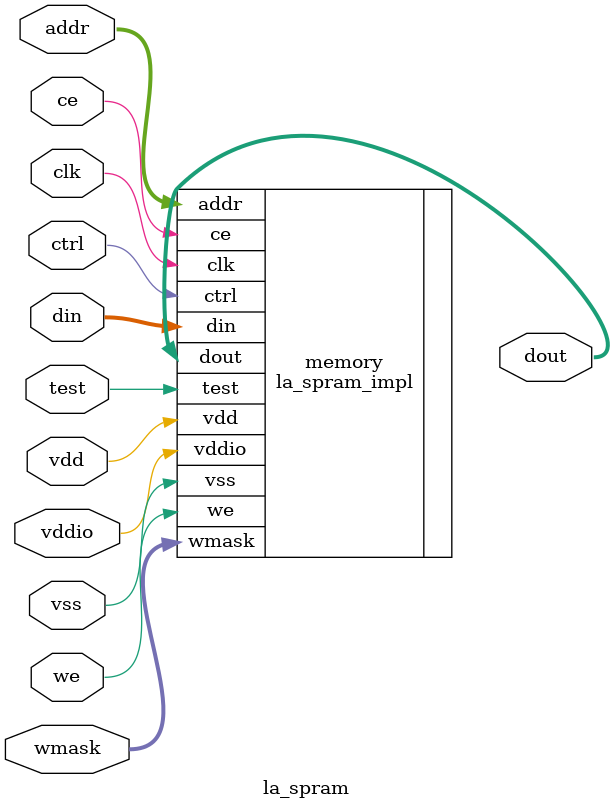
<source format=v>
/*****************************************************************************
 * Function: Single Port RAM
 * Copyright: Lambda Project Authors. All rights Reserved.
 * License:  MIT (see LICENSE file in Lambda repository)
 *
 * Docs:
 *
 * This is a wrapper for selecting from a set of hardened memory macros.
 *
 * A synthesizable reference model is used when the PROP is DEFAULT. The
 * synthesizable model does not implement the cfg and test interface and should
 * only be used for basic testing and for synthesizing for FPGA devices.
 * Advanced ASIC development should rely on complete functional models
 * supplied on a per macro basis.
 *
 * Technologoy specific implementations of "la_spram" would generally include
 * one or more hardcoded instantiations of RAM modules with a generate
 * statement relying on the "PROP" to select between the list of modules
 * at build time.
 *
 ****************************************************************************/

module la_spram #(
    parameter DW    = 32,         // Memory width
    parameter AW    = 10,         // Address width (derived)
    parameter PROP  = "DEFAULT",  // Pass through variable for hard macro
    parameter CTRLW = 1,          // Width of asic ctrl interface
    parameter TESTW = 1           // Width of asic test interface
) (  // Memory interface
    input             clk,   // write clock
    input             ce,    // chip enable
    input             we,    // write enable
    input [DW-1:0]    wmask, //per bit write mask
    input [AW-1:0]    addr,  //write address
    input [DW-1:0]    din,   //write data
    output [DW-1:0]   dout,  //read output data
    // Power signals
    input             vss,   // ground signal
    input             vdd,   // memory core array power
    input             vddio, // periphery/io power
    // Generic interfaces
    input [CTRLW-1:0] ctrl,  // pass through ASIC control interface
    input [TESTW-1:0] test   // pass through ASIC test interface
);

    la_spram_impl #(
        .DW     (DW),
        .AW     (AW),
        .PROP   (PROP),
        .CTRLW  (CTRLW),
        .TESTW  (TESTW)
    ) memory (
        .clk    (clk),
        .ce     (ce),
        .we     (we),
        .wmask  (wmask),
        .addr   (addr),
        .din    (din),
        .dout   (dout),

        .vss    (vss),
        .vdd    (vdd),
        .vddio  (vddio),

        .ctrl   (ctrl),
        .test   (test)
    );

endmodule

</source>
